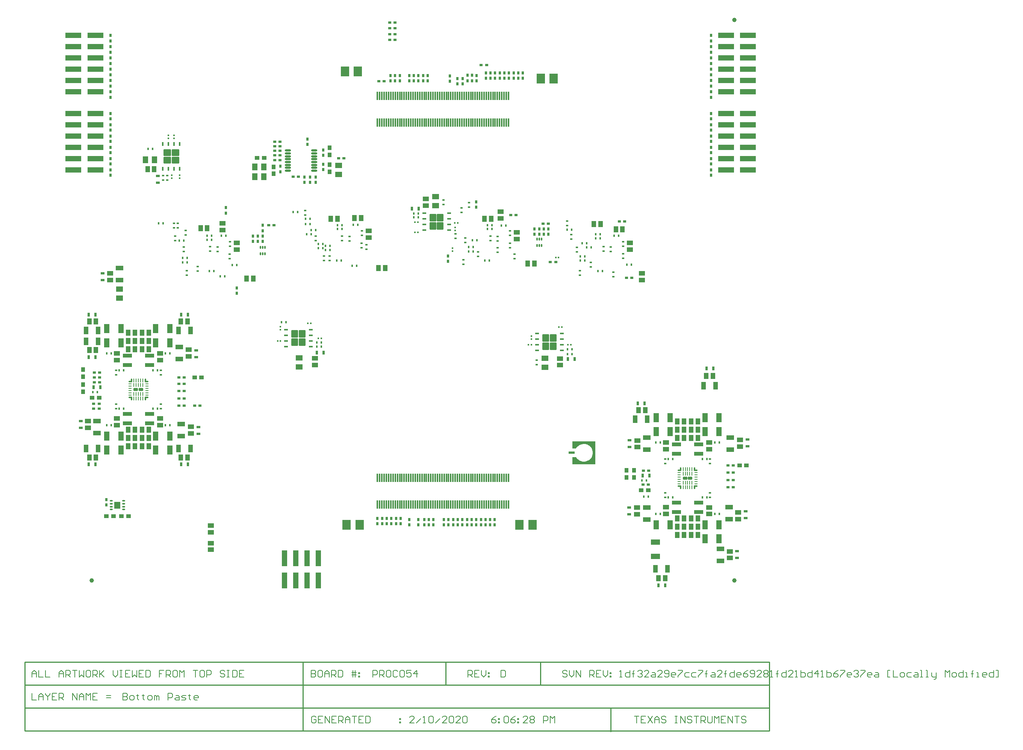
<source format=gbp>
G04*
G04 #@! TF.GenerationSoftware,Altium Limited,Altium Designer,19.1.6 (110)*
G04*
G04 Layer_Color=128*
%FSAX25Y25*%
%MOIN*%
G70*
G01*
G75*
%ADD16C,0.01000*%
%ADD18C,0.00800*%
%ADD27O,0.05512X0.01772*%
%ADD29C,0.03937*%
G04:AMPARAMS|DCode=32|XSize=87.8mil|YSize=70.87mil|CornerRadius=2.13mil|HoleSize=0mil|Usage=FLASHONLY|Rotation=90.000|XOffset=0mil|YOffset=0mil|HoleType=Round|Shape=RoundedRectangle|*
%AMROUNDEDRECTD32*
21,1,0.08780,0.06661,0,0,90.0*
21,1,0.08354,0.07087,0,0,90.0*
1,1,0.00425,0.03331,0.04177*
1,1,0.00425,0.03331,-0.04177*
1,1,0.00425,-0.03331,-0.04177*
1,1,0.00425,-0.03331,0.04177*
%
%ADD32ROUNDEDRECTD32*%
%ADD33R,0.06300X0.05000*%
%ADD35R,0.02362X0.03150*%
%ADD37R,0.01654X0.01811*%
%ADD38R,0.01500X0.02400*%
%ADD39R,0.03150X0.02362*%
%ADD40R,0.02400X0.01500*%
%ADD42R,0.01811X0.01654*%
%ADD43R,0.03500X0.02000*%
%ADD44R,0.02000X0.03500*%
%ADD45R,0.04331X0.05512*%
%ADD46R,0.05512X0.04331*%
%ADD47R,0.03740X0.03937*%
G04:AMPARAMS|DCode=83|XSize=31.5mil|YSize=15.75mil|CornerRadius=1.97mil|HoleSize=0mil|Usage=FLASHONLY|Rotation=270.000|XOffset=0mil|YOffset=0mil|HoleType=Round|Shape=RoundedRectangle|*
%AMROUNDEDRECTD83*
21,1,0.03150,0.01181,0,0,270.0*
21,1,0.02756,0.01575,0,0,270.0*
1,1,0.00394,-0.00591,-0.01378*
1,1,0.00394,-0.00591,0.01378*
1,1,0.00394,0.00591,0.01378*
1,1,0.00394,0.00591,-0.01378*
%
%ADD83ROUNDEDRECTD83*%
%ADD84R,0.14488X0.05000*%
%ADD85R,0.05000X0.14488*%
G04:AMPARAMS|DCode=89|XSize=23.62mil|YSize=9.84mil|CornerRadius=1.97mil|HoleSize=0mil|Usage=FLASHONLY|Rotation=0.000|XOffset=0mil|YOffset=0mil|HoleType=Round|Shape=RoundedRectangle|*
%AMROUNDEDRECTD89*
21,1,0.02362,0.00591,0,0,0.0*
21,1,0.01968,0.00984,0,0,0.0*
1,1,0.00394,0.00984,-0.00295*
1,1,0.00394,-0.00984,-0.00295*
1,1,0.00394,-0.00984,0.00295*
1,1,0.00394,0.00984,0.00295*
%
%ADD89ROUNDEDRECTD89*%
%ADD90R,0.04724X0.07874*%
G04:AMPARAMS|DCode=91|XSize=11.81mil|YSize=74.8mil|CornerRadius=1.95mil|HoleSize=0mil|Usage=FLASHONLY|Rotation=0.000|XOffset=0mil|YOffset=0mil|HoleType=Round|Shape=RoundedRectangle|*
%AMROUNDEDRECTD91*
21,1,0.01181,0.07091,0,0,0.0*
21,1,0.00791,0.07480,0,0,0.0*
1,1,0.00390,0.00396,-0.03545*
1,1,0.00390,-0.00396,-0.03545*
1,1,0.00390,-0.00396,0.03545*
1,1,0.00390,0.00396,0.03545*
%
%ADD91ROUNDEDRECTD91*%
G04:AMPARAMS|DCode=92|XSize=11.81mil|YSize=26.38mil|CornerRadius=1.95mil|HoleSize=0mil|Usage=FLASHONLY|Rotation=0.000|XOffset=0mil|YOffset=0mil|HoleType=Round|Shape=RoundedRectangle|*
%AMROUNDEDRECTD92*
21,1,0.01181,0.02248,0,0,0.0*
21,1,0.00791,0.02638,0,0,0.0*
1,1,0.00390,0.00396,-0.01124*
1,1,0.00390,-0.00396,-0.01124*
1,1,0.00390,-0.00396,0.01124*
1,1,0.00390,0.00396,0.01124*
%
%ADD92ROUNDEDRECTD92*%
G04:AMPARAMS|DCode=94|XSize=11.81mil|YSize=23.62mil|CornerRadius=1.95mil|HoleSize=0mil|Usage=FLASHONLY|Rotation=270.000|XOffset=0mil|YOffset=0mil|HoleType=Round|Shape=RoundedRectangle|*
%AMROUNDEDRECTD94*
21,1,0.01181,0.01972,0,0,270.0*
21,1,0.00791,0.02362,0,0,270.0*
1,1,0.00390,-0.00986,-0.00396*
1,1,0.00390,-0.00986,0.00396*
1,1,0.00390,0.00986,0.00396*
1,1,0.00390,0.00986,-0.00396*
%
%ADD94ROUNDEDRECTD94*%
%ADD95R,0.07874X0.03543*%
%ADD96C,0.02000*%
%ADD97R,0.05512X0.02362*%
%ADD98R,0.06890X0.04331*%
%ADD99R,0.03937X0.03740*%
%ADD100R,0.04331X0.06890*%
%ADD101R,0.05000X0.06300*%
G04:AMPARAMS|DCode=103|XSize=31.5mil|YSize=15.75mil|CornerRadius=1.97mil|HoleSize=0mil|Usage=FLASHONLY|Rotation=180.000|XOffset=0mil|YOffset=0mil|HoleType=Round|Shape=RoundedRectangle|*
%AMROUNDEDRECTD103*
21,1,0.03150,0.01181,0,0,180.0*
21,1,0.02756,0.01575,0,0,180.0*
1,1,0.00394,-0.01378,0.00591*
1,1,0.00394,0.01378,0.00591*
1,1,0.00394,0.01378,-0.00591*
1,1,0.00394,-0.01378,-0.00591*
%
%ADD103ROUNDEDRECTD103*%
%ADD104R,0.07874X0.04724*%
G04:AMPARAMS|DCode=111|XSize=57.8mil|YSize=66.85mil|CornerRadius=2.02mil|HoleSize=0mil|Usage=FLASHONLY|Rotation=270.000|XOffset=0mil|YOffset=0mil|HoleType=Round|Shape=RoundedRectangle|*
%AMROUNDEDRECTD111*
21,1,0.05780,0.06281,0,0,270.0*
21,1,0.05375,0.06685,0,0,270.0*
1,1,0.00405,-0.03140,-0.02688*
1,1,0.00405,-0.03140,0.02688*
1,1,0.00405,0.03140,0.02688*
1,1,0.00405,0.03140,-0.02688*
%
%ADD111ROUNDEDRECTD111*%
G04:AMPARAMS|DCode=112|XSize=23.62mil|YSize=11.81mil|CornerRadius=1.95mil|HoleSize=0mil|Usage=FLASHONLY|Rotation=0.000|XOffset=0mil|YOffset=0mil|HoleType=Round|Shape=RoundedRectangle|*
%AMROUNDEDRECTD112*
21,1,0.02362,0.00791,0,0,0.0*
21,1,0.01972,0.01181,0,0,0.0*
1,1,0.00390,0.00986,-0.00396*
1,1,0.00390,-0.00986,-0.00396*
1,1,0.00390,-0.00986,0.00396*
1,1,0.00390,0.00986,0.00396*
%
%ADD112ROUNDEDRECTD112*%
G04:AMPARAMS|DCode=113|XSize=32.48mil|YSize=11.81mil|CornerRadius=1.95mil|HoleSize=0mil|Usage=FLASHONLY|Rotation=90.000|XOffset=0mil|YOffset=0mil|HoleType=Round|Shape=RoundedRectangle|*
%AMROUNDEDRECTD113*
21,1,0.03248,0.00791,0,0,90.0*
21,1,0.02858,0.01181,0,0,90.0*
1,1,0.00390,0.00396,0.01429*
1,1,0.00390,0.00396,-0.01429*
1,1,0.00390,-0.00396,-0.01429*
1,1,0.00390,-0.00396,0.01429*
%
%ADD113ROUNDEDRECTD113*%
G04:AMPARAMS|DCode=114|XSize=38.58mil|YSize=25.98mil|CornerRadius=1.95mil|HoleSize=0mil|Usage=FLASHONLY|Rotation=0.000|XOffset=0mil|YOffset=0mil|HoleType=Round|Shape=RoundedRectangle|*
%AMROUNDEDRECTD114*
21,1,0.03858,0.02209,0,0,0.0*
21,1,0.03469,0.02598,0,0,0.0*
1,1,0.00390,0.01734,-0.01104*
1,1,0.00390,-0.01734,-0.01104*
1,1,0.00390,-0.01734,0.01104*
1,1,0.00390,0.01734,0.01104*
%
%ADD114ROUNDEDRECTD114*%
G04:AMPARAMS|DCode=115|XSize=9.84mil|YSize=31.89mil|CornerRadius=1.97mil|HoleSize=0mil|Usage=FLASHONLY|Rotation=180.000|XOffset=0mil|YOffset=0mil|HoleType=Round|Shape=RoundedRectangle|*
%AMROUNDEDRECTD115*
21,1,0.00984,0.02795,0,0,180.0*
21,1,0.00591,0.03189,0,0,180.0*
1,1,0.00394,-0.00295,0.01398*
1,1,0.00394,0.00295,0.01398*
1,1,0.00394,0.00295,-0.01398*
1,1,0.00394,-0.00295,-0.01398*
%
%ADD115ROUNDEDRECTD115*%
G04:AMPARAMS|DCode=116|XSize=57.8mil|YSize=66.85mil|CornerRadius=2.02mil|HoleSize=0mil|Usage=FLASHONLY|Rotation=180.000|XOffset=0mil|YOffset=0mil|HoleType=Round|Shape=RoundedRectangle|*
%AMROUNDEDRECTD116*
21,1,0.05780,0.06281,0,0,180.0*
21,1,0.05375,0.06685,0,0,180.0*
1,1,0.00405,-0.02688,0.03140*
1,1,0.00405,0.02688,0.03140*
1,1,0.00405,0.02688,-0.03140*
1,1,0.00405,-0.02688,-0.03140*
%
%ADD116ROUNDEDRECTD116*%
%ADD117R,0.05445X0.06240*%
G36*
X0556073Y0286381D02*
X0535600D01*
Y0292680D01*
X0538932D01*
X0538932Y0292715D01*
X0539400Y0291986D01*
X0540559Y0290702D01*
X0541969Y0289701D01*
X0543564Y0289030D01*
X0545265Y0288721D01*
X0546993Y0288789D01*
X0548666Y0289230D01*
X0550202Y0290024D01*
X0551530Y0291133D01*
X0552585Y0292503D01*
X0553317Y0294070D01*
X0553692Y0295759D01*
X0553691Y0297488D01*
X0553315Y0299176D01*
X0552582Y0300743D01*
X0551526Y0302112D01*
X0550197Y0303220D01*
X0548660Y0304013D01*
X0546987Y0304453D01*
X0545259Y0304519D01*
X0543558Y0304209D01*
X0541964Y0303537D01*
X0540555Y0302535D01*
X0539396Y0301251D01*
X0538929Y0300521D01*
X0538886Y0300554D01*
X0535600D01*
Y0306853D01*
X0556073D01*
Y0286381D01*
D02*
G37*
G54D16*
X0569450Y0049400D02*
Y0069683D01*
X0450550Y0050050D02*
X0710250D01*
Y0111050D01*
X0296550Y0050050D02*
Y0111050D01*
X0050050Y0050050D02*
Y0111050D01*
X0050100Y0050050D02*
X0207650D01*
X0050100D02*
Y0111050D01*
Y0111050D02*
X0710250D01*
X0050050Y0050050D02*
X0450550D01*
X0050050Y0070383D02*
X0710050D01*
X0050050Y0090717D02*
X0710250D01*
X0423250D02*
Y0111050D01*
X0507250Y0090717D02*
Y0111050D01*
G54D18*
X0136950Y0083549D02*
Y0077551D01*
X0139949D01*
X0140949Y0078550D01*
Y0079550D01*
X0139949Y0080550D01*
X0136950D01*
X0139949D01*
X0140949Y0081549D01*
Y0082549D01*
X0139949Y0083549D01*
X0136950D01*
X0143948Y0077551D02*
X0145947D01*
X0146947Y0078550D01*
Y0080550D01*
X0145947Y0081549D01*
X0143948D01*
X0142948Y0080550D01*
Y0078550D01*
X0143948Y0077551D01*
X0149946Y0082549D02*
Y0081549D01*
X0148946D01*
X0150945D01*
X0149946D01*
Y0078550D01*
X0150945Y0077551D01*
X0154944Y0082549D02*
Y0081549D01*
X0153945D01*
X0155944D01*
X0154944D01*
Y0078550D01*
X0155944Y0077551D01*
X0159943D02*
X0161942D01*
X0162942Y0078550D01*
Y0080550D01*
X0161942Y0081549D01*
X0159943D01*
X0158943Y0080550D01*
Y0078550D01*
X0159943Y0077551D01*
X0164941D02*
Y0081549D01*
X0165941D01*
X0166940Y0080550D01*
Y0077551D01*
Y0080550D01*
X0167940Y0081549D01*
X0168940Y0080550D01*
Y0077551D01*
X0176937D02*
Y0083549D01*
X0179936D01*
X0180936Y0082549D01*
Y0080550D01*
X0179936Y0079550D01*
X0176937D01*
X0183935Y0081549D02*
X0185934D01*
X0186934Y0080550D01*
Y0077551D01*
X0183935D01*
X0182935Y0078550D01*
X0183935Y0079550D01*
X0186934D01*
X0188933Y0077551D02*
X0191932D01*
X0192932Y0078550D01*
X0191932Y0079550D01*
X0189933D01*
X0188933Y0080550D01*
X0189933Y0081549D01*
X0192932D01*
X0195931Y0082549D02*
Y0081549D01*
X0194931D01*
X0196931D01*
X0195931D01*
Y0078550D01*
X0196931Y0077551D01*
X0202929D02*
X0200929D01*
X0199930Y0078550D01*
Y0080550D01*
X0200929Y0081549D01*
X0202929D01*
X0203928Y0080550D01*
Y0079550D01*
X0199930D01*
X0590550Y0062964D02*
X0594549D01*
X0592549D01*
Y0056966D01*
X0600547Y0062964D02*
X0596548D01*
Y0056966D01*
X0600547D01*
X0596548Y0059965D02*
X0598547D01*
X0602546Y0062964D02*
X0606545Y0056966D01*
Y0062964D02*
X0602546Y0056966D01*
X0608544D02*
Y0060965D01*
X0610543Y0062964D01*
X0612543Y0060965D01*
Y0056966D01*
Y0059965D01*
X0608544D01*
X0618541Y0061965D02*
X0617541Y0062964D01*
X0615542D01*
X0614542Y0061965D01*
Y0060965D01*
X0615542Y0059965D01*
X0617541D01*
X0618541Y0058966D01*
Y0057966D01*
X0617541Y0056966D01*
X0615542D01*
X0614542Y0057966D01*
X0626538Y0062964D02*
X0628538D01*
X0627538D01*
Y0056966D01*
X0626538D01*
X0628538D01*
X0631537D02*
Y0062964D01*
X0635535Y0056966D01*
Y0062964D01*
X0641534Y0061965D02*
X0640534Y0062964D01*
X0638534D01*
X0637535Y0061965D01*
Y0060965D01*
X0638534Y0059965D01*
X0640534D01*
X0641534Y0058966D01*
Y0057966D01*
X0640534Y0056966D01*
X0638534D01*
X0637535Y0057966D01*
X0643533Y0062964D02*
X0647532D01*
X0645532D01*
Y0056966D01*
X0649531D02*
Y0062964D01*
X0652530D01*
X0653530Y0061965D01*
Y0059965D01*
X0652530Y0058966D01*
X0649531D01*
X0651530D02*
X0653530Y0056966D01*
X0655529Y0062964D02*
Y0057966D01*
X0656529Y0056966D01*
X0658528D01*
X0659528Y0057966D01*
Y0062964D01*
X0661527Y0056966D02*
Y0062964D01*
X0663526Y0060965D01*
X0665526Y0062964D01*
Y0056966D01*
X0671524Y0062964D02*
X0667525D01*
Y0056966D01*
X0671524D01*
X0667525Y0059965D02*
X0669524D01*
X0673523Y0056966D02*
Y0062964D01*
X0677522Y0056966D01*
Y0062964D01*
X0679521D02*
X0683520D01*
X0681521D01*
Y0056966D01*
X0689518Y0061965D02*
X0688518Y0062964D01*
X0686519D01*
X0685519Y0061965D01*
Y0060965D01*
X0686519Y0059965D01*
X0688518D01*
X0689518Y0058966D01*
Y0057966D01*
X0688518Y0056966D01*
X0686519D01*
X0685519Y0057966D01*
X0468099Y0062964D02*
X0466099Y0061965D01*
X0464100Y0059965D01*
Y0057966D01*
X0465100Y0056966D01*
X0467099D01*
X0468099Y0057966D01*
Y0058966D01*
X0467099Y0059965D01*
X0464100D01*
X0470098Y0060965D02*
X0471098D01*
Y0059965D01*
X0470098D01*
Y0060965D01*
Y0057966D02*
X0471098D01*
Y0056966D01*
X0470098D01*
Y0057966D01*
X0475096Y0061965D02*
X0476096Y0062964D01*
X0478095D01*
X0479095Y0061965D01*
Y0057966D01*
X0478095Y0056966D01*
X0476096D01*
X0475096Y0057966D01*
Y0061965D01*
X0485093Y0062964D02*
X0483094Y0061965D01*
X0481095Y0059965D01*
Y0057966D01*
X0482094Y0056966D01*
X0484094D01*
X0485093Y0057966D01*
Y0058966D01*
X0484094Y0059965D01*
X0481095D01*
X0487093Y0060965D02*
X0488092D01*
Y0059965D01*
X0487093D01*
Y0060965D01*
Y0057966D02*
X0488092D01*
Y0056966D01*
X0487093D01*
Y0057966D01*
X0496090Y0056966D02*
X0492091D01*
X0496090Y0060965D01*
Y0061965D01*
X0495090Y0062964D01*
X0493091D01*
X0492091Y0061965D01*
X0498089D02*
X0499089Y0062964D01*
X0501088D01*
X0502088Y0061965D01*
Y0060965D01*
X0501088Y0059965D01*
X0502088Y0058966D01*
Y0057966D01*
X0501088Y0056966D01*
X0499089D01*
X0498089Y0057966D01*
Y0058966D01*
X0499089Y0059965D01*
X0498089Y0060965D01*
Y0061965D01*
X0499089Y0059965D02*
X0501088D01*
X0510085Y0056966D02*
Y0062964D01*
X0513084D01*
X0514084Y0061965D01*
Y0059965D01*
X0513084Y0058966D01*
X0510085D01*
X0516083Y0056966D02*
Y0062964D01*
X0518083Y0060965D01*
X0520082Y0062964D01*
Y0056966D01*
X0056400Y0083549D02*
Y0077551D01*
X0060399D01*
X0062398D02*
Y0081549D01*
X0064397Y0083549D01*
X0066397Y0081549D01*
Y0077551D01*
Y0080550D01*
X0062398D01*
X0068396Y0083549D02*
Y0082549D01*
X0070395Y0080550D01*
X0072395Y0082549D01*
Y0083549D01*
X0070395Y0080550D02*
Y0077551D01*
X0078393Y0083549D02*
X0074394D01*
Y0077551D01*
X0078393D01*
X0074394Y0080550D02*
X0076394D01*
X0080392Y0077551D02*
Y0083549D01*
X0083391D01*
X0084391Y0082549D01*
Y0080550D01*
X0083391Y0079550D01*
X0080392D01*
X0082392D02*
X0084391Y0077551D01*
X0092388D02*
Y0083549D01*
X0096387Y0077551D01*
Y0083549D01*
X0098386Y0077551D02*
Y0081549D01*
X0100386Y0083549D01*
X0102385Y0081549D01*
Y0077551D01*
Y0080550D01*
X0098386D01*
X0104385Y0077551D02*
Y0083549D01*
X0106384Y0081549D01*
X0108383Y0083549D01*
Y0077551D01*
X0114381Y0083549D02*
X0110382D01*
Y0077551D01*
X0114381D01*
X0110382Y0080550D02*
X0112382D01*
X0122379Y0079550D02*
X0126377D01*
X0122379Y0081549D02*
X0126377D01*
X0304050Y0103831D02*
Y0097833D01*
X0307049D01*
X0308049Y0098833D01*
Y0099833D01*
X0307049Y0100832D01*
X0304050D01*
X0307049D01*
X0308049Y0101832D01*
Y0102832D01*
X0307049Y0103831D01*
X0304050D01*
X0313047D02*
X0311048D01*
X0310048Y0102832D01*
Y0098833D01*
X0311048Y0097833D01*
X0313047D01*
X0314047Y0098833D01*
Y0102832D01*
X0313047Y0103831D01*
X0316046Y0097833D02*
Y0101832D01*
X0318045Y0103831D01*
X0320045Y0101832D01*
Y0097833D01*
Y0100832D01*
X0316046D01*
X0322044Y0097833D02*
Y0103831D01*
X0325043D01*
X0326043Y0102832D01*
Y0100832D01*
X0325043Y0099833D01*
X0322044D01*
X0324043D02*
X0326043Y0097833D01*
X0328042Y0103831D02*
Y0097833D01*
X0331041D01*
X0332041Y0098833D01*
Y0102832D01*
X0331041Y0103831D01*
X0328042D01*
X0341038Y0097833D02*
Y0103831D01*
X0343037D02*
Y0097833D01*
X0340038Y0101832D02*
X0343037D01*
X0344037D01*
X0340038Y0099833D02*
X0344037D01*
X0346036Y0101832D02*
X0347036D01*
Y0100832D01*
X0346036D01*
Y0101832D01*
Y0098833D02*
X0347036D01*
Y0097833D01*
X0346036D01*
Y0098833D01*
X0358600Y0097833D02*
Y0103831D01*
X0361599D01*
X0362599Y0102832D01*
Y0100832D01*
X0361599Y0099833D01*
X0358600D01*
X0364598Y0097833D02*
Y0103831D01*
X0367597D01*
X0368597Y0102832D01*
Y0100832D01*
X0367597Y0099833D01*
X0364598D01*
X0366597D02*
X0368597Y0097833D01*
X0373595Y0103831D02*
X0371596D01*
X0370596Y0102832D01*
Y0098833D01*
X0371596Y0097833D01*
X0373595D01*
X0374595Y0098833D01*
Y0102832D01*
X0373595Y0103831D01*
X0380593Y0102832D02*
X0379593Y0103831D01*
X0377594D01*
X0376594Y0102832D01*
Y0098833D01*
X0377594Y0097833D01*
X0379593D01*
X0380593Y0098833D01*
X0382592Y0102832D02*
X0383592Y0103831D01*
X0385591D01*
X0386591Y0102832D01*
Y0098833D01*
X0385591Y0097833D01*
X0383592D01*
X0382592Y0098833D01*
Y0102832D01*
X0392589Y0103831D02*
X0388590D01*
Y0100832D01*
X0390590Y0101832D01*
X0391589D01*
X0392589Y0100832D01*
Y0098833D01*
X0391589Y0097833D01*
X0389590D01*
X0388590Y0098833D01*
X0397587Y0097833D02*
Y0103831D01*
X0394588Y0100832D01*
X0398587D01*
X0472200Y0103831D02*
Y0097833D01*
X0475199D01*
X0476199Y0098833D01*
Y0102832D01*
X0475199Y0103831D01*
X0472200D01*
X0056400Y0097833D02*
Y0101832D01*
X0058399Y0103831D01*
X0060399Y0101832D01*
Y0097833D01*
Y0100832D01*
X0056400D01*
X0062398Y0103831D02*
Y0097833D01*
X0066397D01*
X0068396Y0103831D02*
Y0097833D01*
X0072395D01*
X0080392D02*
Y0101832D01*
X0082392Y0103831D01*
X0084391Y0101832D01*
Y0097833D01*
Y0100832D01*
X0080392D01*
X0086390Y0097833D02*
Y0103831D01*
X0089389D01*
X0090389Y0102832D01*
Y0100832D01*
X0089389Y0099833D01*
X0086390D01*
X0088390D02*
X0090389Y0097833D01*
X0092388Y0103831D02*
X0096387D01*
X0094388D01*
Y0097833D01*
X0098386Y0103831D02*
Y0097833D01*
X0100386Y0099833D01*
X0102385Y0097833D01*
Y0103831D01*
X0107384D02*
X0105384D01*
X0104385Y0102832D01*
Y0098833D01*
X0105384Y0097833D01*
X0107384D01*
X0108383Y0098833D01*
Y0102832D01*
X0107384Y0103831D01*
X0110382Y0097833D02*
Y0103831D01*
X0113382D01*
X0114381Y0102832D01*
Y0100832D01*
X0113382Y0099833D01*
X0110382D01*
X0112382D02*
X0114381Y0097833D01*
X0116381Y0103831D02*
Y0097833D01*
Y0099833D01*
X0120379Y0103831D01*
X0117380Y0100832D01*
X0120379Y0097833D01*
X0128377Y0103831D02*
Y0099833D01*
X0130376Y0097833D01*
X0132375Y0099833D01*
Y0103831D01*
X0134375D02*
X0136374D01*
X0135374D01*
Y0097833D01*
X0134375D01*
X0136374D01*
X0143372Y0103831D02*
X0139373D01*
Y0097833D01*
X0143372D01*
X0139373Y0100832D02*
X0141373D01*
X0145371Y0103831D02*
Y0097833D01*
X0147371Y0099833D01*
X0149370Y0097833D01*
Y0103831D01*
X0155368D02*
X0151369D01*
Y0097833D01*
X0155368D01*
X0151369Y0100832D02*
X0153369D01*
X0157367Y0103831D02*
Y0097833D01*
X0160366D01*
X0161366Y0098833D01*
Y0102832D01*
X0160366Y0103831D01*
X0157367D01*
X0173362D02*
X0169363D01*
Y0100832D01*
X0171363D01*
X0169363D01*
Y0097833D01*
X0175362D02*
Y0103831D01*
X0178360D01*
X0179360Y0102832D01*
Y0100832D01*
X0178360Y0099833D01*
X0175362D01*
X0177361D02*
X0179360Y0097833D01*
X0184359Y0103831D02*
X0182359D01*
X0181360Y0102832D01*
Y0098833D01*
X0182359Y0097833D01*
X0184359D01*
X0185358Y0098833D01*
Y0102832D01*
X0184359Y0103831D01*
X0187358Y0097833D02*
Y0103831D01*
X0189357Y0101832D01*
X0191356Y0103831D01*
Y0097833D01*
X0199354Y0103831D02*
X0203352D01*
X0201353D01*
Y0097833D01*
X0208351Y0103831D02*
X0206351D01*
X0205352Y0102832D01*
Y0098833D01*
X0206351Y0097833D01*
X0208351D01*
X0209350Y0098833D01*
Y0102832D01*
X0208351Y0103831D01*
X0211350Y0097833D02*
Y0103831D01*
X0214349D01*
X0215349Y0102832D01*
Y0100832D01*
X0214349Y0099833D01*
X0211350D01*
X0227345Y0102832D02*
X0226345Y0103831D01*
X0224346D01*
X0223346Y0102832D01*
Y0101832D01*
X0224346Y0100832D01*
X0226345D01*
X0227345Y0099833D01*
Y0098833D01*
X0226345Y0097833D01*
X0224346D01*
X0223346Y0098833D01*
X0229344Y0103831D02*
X0231343D01*
X0230344D01*
Y0097833D01*
X0229344D01*
X0231343D01*
X0234342Y0103831D02*
Y0097833D01*
X0237341D01*
X0238341Y0098833D01*
Y0102832D01*
X0237341Y0103831D01*
X0234342D01*
X0244339D02*
X0240340D01*
Y0097833D01*
X0244339D01*
X0240340Y0100832D02*
X0242340D01*
X0308249Y0061965D02*
X0307249Y0062964D01*
X0305250D01*
X0304250Y0061965D01*
Y0057966D01*
X0305250Y0056966D01*
X0307249D01*
X0308249Y0057966D01*
Y0059965D01*
X0306249D01*
X0314247Y0062964D02*
X0310248D01*
Y0056966D01*
X0314247D01*
X0310248Y0059965D02*
X0312247D01*
X0316246Y0056966D02*
Y0062964D01*
X0320245Y0056966D01*
Y0062964D01*
X0326243D02*
X0322244D01*
Y0056966D01*
X0326243D01*
X0322244Y0059965D02*
X0324243D01*
X0328242Y0056966D02*
Y0062964D01*
X0331241D01*
X0332241Y0061965D01*
Y0059965D01*
X0331241Y0058966D01*
X0328242D01*
X0330242D02*
X0332241Y0056966D01*
X0334240D02*
Y0060965D01*
X0336240Y0062964D01*
X0338239Y0060965D01*
Y0056966D01*
Y0059965D01*
X0334240D01*
X0340238Y0062964D02*
X0344237D01*
X0342238D01*
Y0056966D01*
X0350235Y0062964D02*
X0346236D01*
Y0056966D01*
X0350235D01*
X0346236Y0059965D02*
X0348236D01*
X0352235Y0062964D02*
Y0056966D01*
X0355234D01*
X0356233Y0057966D01*
Y0061965D01*
X0355234Y0062964D01*
X0352235D01*
X0382225Y0060965D02*
X0383225D01*
Y0059965D01*
X0382225D01*
Y0060965D01*
Y0057966D02*
X0383225D01*
Y0056966D01*
X0382225D01*
Y0057966D01*
X0395199Y0056966D02*
X0391200D01*
X0395199Y0060965D01*
Y0061965D01*
X0394199Y0062964D01*
X0392200D01*
X0391200Y0061965D01*
X0397198Y0056966D02*
X0401197Y0060965D01*
X0403196Y0056966D02*
X0405196D01*
X0404196D01*
Y0062964D01*
X0403196Y0061965D01*
X0408194D02*
X0409194Y0062964D01*
X0411194D01*
X0412193Y0061965D01*
Y0057966D01*
X0411194Y0056966D01*
X0409194D01*
X0408194Y0057966D01*
Y0061965D01*
X0414193Y0056966D02*
X0418191Y0060965D01*
X0424189Y0056966D02*
X0420191D01*
X0424189Y0060965D01*
Y0061965D01*
X0423190Y0062964D01*
X0421190D01*
X0420191Y0061965D01*
X0426189D02*
X0427188Y0062964D01*
X0429188D01*
X0430187Y0061965D01*
Y0057966D01*
X0429188Y0056966D01*
X0427188D01*
X0426189Y0057966D01*
Y0061965D01*
X0436186Y0056966D02*
X0432187D01*
X0436186Y0060965D01*
Y0061965D01*
X0435186Y0062964D01*
X0433186D01*
X0432187Y0061965D01*
X0438185D02*
X0439185Y0062964D01*
X0441184D01*
X0442183Y0061965D01*
Y0057966D01*
X0441184Y0056966D01*
X0439185D01*
X0438185Y0057966D01*
Y0061965D01*
X0443050Y0097833D02*
Y0103831D01*
X0446049D01*
X0447049Y0102832D01*
Y0100832D01*
X0446049Y0099833D01*
X0443050D01*
X0445049D02*
X0447049Y0097833D01*
X0453047Y0103831D02*
X0449048D01*
Y0097833D01*
X0453047D01*
X0449048Y0100832D02*
X0451047D01*
X0455046Y0103831D02*
Y0099833D01*
X0457046Y0097833D01*
X0459045Y0099833D01*
Y0103831D01*
X0461044Y0101832D02*
X0462044D01*
Y0100832D01*
X0461044D01*
Y0101832D01*
Y0098833D02*
X0462044D01*
Y0097833D01*
X0461044D01*
Y0098833D01*
X0530849Y0102832D02*
X0529849Y0103831D01*
X0527850D01*
X0526850Y0102832D01*
Y0101832D01*
X0527850Y0100832D01*
X0529849D01*
X0530849Y0099833D01*
Y0098833D01*
X0529849Y0097833D01*
X0527850D01*
X0526850Y0098833D01*
X0532848Y0103831D02*
Y0099833D01*
X0534847Y0097833D01*
X0536847Y0099833D01*
Y0103831D01*
X0538846Y0097833D02*
Y0103831D01*
X0542845Y0097833D01*
Y0103831D01*
X0550842Y0097833D02*
Y0103831D01*
X0553841D01*
X0554841Y0102832D01*
Y0100832D01*
X0553841Y0099833D01*
X0550842D01*
X0552842D02*
X0554841Y0097833D01*
X0560839Y0103831D02*
X0556840D01*
Y0097833D01*
X0560839D01*
X0556840Y0100832D02*
X0558840D01*
X0562838Y0103831D02*
Y0099833D01*
X0564838Y0097833D01*
X0566837Y0099833D01*
Y0103831D01*
X0568836Y0101832D02*
X0569836D01*
Y0100832D01*
X0568836D01*
Y0101832D01*
Y0098833D02*
X0569836D01*
Y0097833D01*
X0568836D01*
Y0098833D01*
X0577450Y0097833D02*
X0579449D01*
X0578450D01*
Y0103831D01*
X0577450Y0102832D01*
X0586447Y0103831D02*
Y0097833D01*
X0583448D01*
X0582448Y0098833D01*
Y0100832D01*
X0583448Y0101832D01*
X0586447D01*
X0589446Y0097833D02*
Y0102832D01*
Y0100832D01*
X0588446D01*
X0590446D01*
X0589446D01*
Y0102832D01*
X0590446Y0103831D01*
X0593445Y0102832D02*
X0594445Y0103831D01*
X0596444D01*
X0597443Y0102832D01*
Y0101832D01*
X0596444Y0100832D01*
X0595444D01*
X0596444D01*
X0597443Y0099833D01*
Y0098833D01*
X0596444Y0097833D01*
X0594445D01*
X0593445Y0098833D01*
X0603442Y0097833D02*
X0599443D01*
X0603442Y0101832D01*
Y0102832D01*
X0602442Y0103831D01*
X0600443D01*
X0599443Y0102832D01*
X0606441Y0101832D02*
X0608440D01*
X0609440Y0100832D01*
Y0097833D01*
X0606441D01*
X0605441Y0098833D01*
X0606441Y0099833D01*
X0609440D01*
X0615438Y0097833D02*
X0611439D01*
X0615438Y0101832D01*
Y0102832D01*
X0614438Y0103831D01*
X0612439D01*
X0611439Y0102832D01*
X0617437Y0098833D02*
X0618437Y0097833D01*
X0620436D01*
X0621436Y0098833D01*
Y0102832D01*
X0620436Y0103831D01*
X0618437D01*
X0617437Y0102832D01*
Y0101832D01*
X0618437Y0100832D01*
X0621436D01*
X0626434Y0097833D02*
X0624435D01*
X0623435Y0098833D01*
Y0100832D01*
X0624435Y0101832D01*
X0626434D01*
X0627434Y0100832D01*
Y0099833D01*
X0623435D01*
X0629433Y0103831D02*
X0633432D01*
Y0102832D01*
X0629433Y0098833D01*
Y0097833D01*
X0639430Y0101832D02*
X0636431D01*
X0635431Y0100832D01*
Y0098833D01*
X0636431Y0097833D01*
X0639430D01*
X0645428Y0101832D02*
X0642429D01*
X0641429Y0100832D01*
Y0098833D01*
X0642429Y0097833D01*
X0645428D01*
X0647427Y0103831D02*
X0651426D01*
Y0102832D01*
X0647427Y0098833D01*
Y0097833D01*
X0654425D02*
Y0102832D01*
Y0100832D01*
X0653425D01*
X0655425D01*
X0654425D01*
Y0102832D01*
X0655425Y0103831D01*
X0659423Y0101832D02*
X0661423D01*
X0662423Y0100832D01*
Y0097833D01*
X0659423D01*
X0658424Y0098833D01*
X0659423Y0099833D01*
X0662423D01*
X0668421Y0097833D02*
X0664422D01*
X0668421Y0101832D01*
Y0102832D01*
X0667421Y0103831D01*
X0665421D01*
X0664422Y0102832D01*
X0671420Y0097833D02*
Y0102832D01*
Y0100832D01*
X0670420D01*
X0672419D01*
X0671420D01*
Y0102832D01*
X0672419Y0103831D01*
X0679417D02*
Y0097833D01*
X0676418D01*
X0675418Y0098833D01*
Y0100832D01*
X0676418Y0101832D01*
X0679417D01*
X0684415Y0097833D02*
X0682416D01*
X0681416Y0098833D01*
Y0100832D01*
X0682416Y0101832D01*
X0684415D01*
X0685415Y0100832D01*
Y0099833D01*
X0681416D01*
X0691413Y0103831D02*
X0689414Y0102832D01*
X0687414Y0100832D01*
Y0098833D01*
X0688414Y0097833D01*
X0690414D01*
X0691413Y0098833D01*
Y0099833D01*
X0690414Y0100832D01*
X0687414D01*
X0693412Y0098833D02*
X0694412Y0097833D01*
X0696412D01*
X0697411Y0098833D01*
Y0102832D01*
X0696412Y0103831D01*
X0694412D01*
X0693412Y0102832D01*
Y0101832D01*
X0694412Y0100832D01*
X0697411D01*
X0703409Y0097833D02*
X0699410D01*
X0703409Y0101832D01*
Y0102832D01*
X0702410Y0103831D01*
X0700410D01*
X0699410Y0102832D01*
X0705409D02*
X0706408Y0103831D01*
X0708408D01*
X0709407Y0102832D01*
Y0101832D01*
X0708408Y0100832D01*
X0709407Y0099833D01*
Y0098833D01*
X0708408Y0097833D01*
X0706408D01*
X0705409Y0098833D01*
Y0099833D01*
X0706408Y0100832D01*
X0705409Y0101832D01*
Y0102832D01*
X0706408Y0100832D02*
X0708408D01*
X0711407Y0097833D02*
X0713406D01*
X0712406D01*
Y0103831D01*
X0711407Y0102832D01*
X0717405Y0097833D02*
Y0102832D01*
Y0100832D01*
X0716405D01*
X0718404D01*
X0717405D01*
Y0102832D01*
X0718404Y0103831D01*
X0725402D02*
Y0097833D01*
X0722403D01*
X0721403Y0098833D01*
Y0100832D01*
X0722403Y0101832D01*
X0725402D01*
X0731400Y0097833D02*
X0727401D01*
X0731400Y0101832D01*
Y0102832D01*
X0730401Y0103831D01*
X0728401D01*
X0727401Y0102832D01*
X0733399Y0097833D02*
X0735399D01*
X0734399D01*
Y0103831D01*
X0733399Y0102832D01*
X0738398Y0103831D02*
Y0097833D01*
X0741397D01*
X0742397Y0098833D01*
Y0099833D01*
Y0100832D01*
X0741397Y0101832D01*
X0738398D01*
X0748395Y0103831D02*
Y0097833D01*
X0745396D01*
X0744396Y0098833D01*
Y0100832D01*
X0745396Y0101832D01*
X0748395D01*
X0753393Y0097833D02*
Y0103831D01*
X0750394Y0100832D01*
X0754393D01*
X0756392Y0097833D02*
X0758391D01*
X0757392D01*
Y0103831D01*
X0756392Y0102832D01*
X0761390Y0103831D02*
Y0097833D01*
X0764390D01*
X0765389Y0098833D01*
Y0099833D01*
Y0100832D01*
X0764390Y0101832D01*
X0761390D01*
X0771387Y0103831D02*
X0769388Y0102832D01*
X0767388Y0100832D01*
Y0098833D01*
X0768388Y0097833D01*
X0770388D01*
X0771387Y0098833D01*
Y0099833D01*
X0770388Y0100832D01*
X0767388D01*
X0773387Y0103831D02*
X0777385D01*
Y0102832D01*
X0773387Y0098833D01*
Y0097833D01*
X0782384D02*
X0780384D01*
X0779385Y0098833D01*
Y0100832D01*
X0780384Y0101832D01*
X0782384D01*
X0783383Y0100832D01*
Y0099833D01*
X0779385D01*
X0785383Y0102832D02*
X0786382Y0103831D01*
X0788382D01*
X0789381Y0102832D01*
Y0101832D01*
X0788382Y0100832D01*
X0787382D01*
X0788382D01*
X0789381Y0099833D01*
Y0098833D01*
X0788382Y0097833D01*
X0786382D01*
X0785383Y0098833D01*
X0791381Y0103831D02*
X0795379D01*
Y0102832D01*
X0791381Y0098833D01*
Y0097833D01*
X0800378D02*
X0798379D01*
X0797379Y0098833D01*
Y0100832D01*
X0798379Y0101832D01*
X0800378D01*
X0801377Y0100832D01*
Y0099833D01*
X0797379D01*
X0804377Y0101832D02*
X0806376D01*
X0807376Y0100832D01*
Y0097833D01*
X0804377D01*
X0803377Y0098833D01*
X0804377Y0099833D01*
X0807376D01*
X0817372Y0097833D02*
X0815373D01*
Y0103831D01*
X0817372D01*
X0820371D02*
Y0097833D01*
X0824370D01*
X0827369D02*
X0829368D01*
X0830368Y0098833D01*
Y0100832D01*
X0829368Y0101832D01*
X0827369D01*
X0826369Y0100832D01*
Y0098833D01*
X0827369Y0097833D01*
X0836366Y0101832D02*
X0833367D01*
X0832368Y0100832D01*
Y0098833D01*
X0833367Y0097833D01*
X0836366D01*
X0839365Y0101832D02*
X0841365D01*
X0842364Y0100832D01*
Y0097833D01*
X0839365D01*
X0838366Y0098833D01*
X0839365Y0099833D01*
X0842364D01*
X0844364Y0097833D02*
X0846363D01*
X0845363D01*
Y0103831D01*
X0844364D01*
X0849362Y0097833D02*
X0851361D01*
X0850362D01*
Y0103831D01*
X0849362D01*
X0854360Y0101832D02*
Y0098833D01*
X0855360Y0097833D01*
X0858359D01*
Y0096834D01*
X0857359Y0095834D01*
X0856360D01*
X0858359Y0097833D02*
Y0101832D01*
X0866356Y0097833D02*
Y0103831D01*
X0868356Y0101832D01*
X0870355Y0103831D01*
Y0097833D01*
X0873354D02*
X0875354D01*
X0876353Y0098833D01*
Y0100832D01*
X0875354Y0101832D01*
X0873354D01*
X0872355Y0100832D01*
Y0098833D01*
X0873354Y0097833D01*
X0882351Y0103831D02*
Y0097833D01*
X0879352D01*
X0878353Y0098833D01*
Y0100832D01*
X0879352Y0101832D01*
X0882351D01*
X0884351Y0097833D02*
X0886350D01*
X0885350D01*
Y0101832D01*
X0884351D01*
X0890349Y0097833D02*
Y0102832D01*
Y0100832D01*
X0889349D01*
X0891348D01*
X0890349D01*
Y0102832D01*
X0891348Y0103831D01*
X0894347Y0097833D02*
X0896347D01*
X0895347D01*
Y0101832D01*
X0894347D01*
X0902345Y0097833D02*
X0900346D01*
X0899346Y0098833D01*
Y0100832D01*
X0900346Y0101832D01*
X0902345D01*
X0903345Y0100832D01*
Y0099833D01*
X0899346D01*
X0909343Y0103831D02*
Y0097833D01*
X0906344D01*
X0905344Y0098833D01*
Y0100832D01*
X0906344Y0101832D01*
X0909343D01*
X0911342Y0097833D02*
X0913341D01*
Y0103831D01*
X0911342D01*
G54D27*
X0283240Y0546682D02*
D03*
Y0549241D02*
D03*
Y0551800D02*
D03*
Y0554359D02*
D03*
Y0556918D02*
D03*
Y0559478D02*
D03*
Y0562037D02*
D03*
Y0564596D02*
D03*
X0306468Y0546682D02*
D03*
Y0549241D02*
D03*
Y0551800D02*
D03*
Y0554359D02*
D03*
Y0556918D02*
D03*
Y0559478D02*
D03*
Y0562037D02*
D03*
Y0564596D02*
D03*
G54D29*
X0679150Y0680400D02*
D03*
Y0183400D02*
D03*
X0109250D02*
D03*
G54D32*
X0488756Y0232682D02*
D03*
X0500252D02*
D03*
X0346929D02*
D03*
X0335432D02*
D03*
X0345307Y0634718D02*
D03*
X0333811D02*
D03*
X0507572Y0628520D02*
D03*
X0519068D02*
D03*
G54D33*
X0293251Y0380595D02*
D03*
Y0372595D02*
D03*
X0414151Y0515629D02*
D03*
Y0523629D02*
D03*
X0511376Y0380232D02*
D03*
Y0372232D02*
D03*
X0133847Y0433747D02*
D03*
Y0441747D02*
D03*
X0328296Y0543470D02*
D03*
Y0551470D02*
D03*
G54D35*
X0450241Y0514234D02*
D03*
Y0518958D02*
D03*
X0382650Y0626397D02*
D03*
Y0631121D02*
D03*
X0383271Y0233590D02*
D03*
Y0238314D02*
D03*
X0379171Y0233590D02*
D03*
Y0238314D02*
D03*
X0426950Y0626100D02*
D03*
Y0630824D02*
D03*
X0407250Y0626397D02*
D03*
Y0631121D02*
D03*
X0458550Y0237542D02*
D03*
Y0232818D02*
D03*
X0438050Y0237542D02*
D03*
Y0232818D02*
D03*
X0458850Y0633525D02*
D03*
Y0628800D02*
D03*
X0462950Y0633525D02*
D03*
Y0628800D02*
D03*
X0429850Y0232818D02*
D03*
Y0237542D02*
D03*
X0433950Y0232818D02*
D03*
Y0237542D02*
D03*
X0399050Y0237542D02*
D03*
Y0232818D02*
D03*
X0412350Y0237542D02*
D03*
Y0232818D02*
D03*
X0467050Y0628800D02*
D03*
Y0633525D02*
D03*
X0375071Y0238314D02*
D03*
Y0233590D02*
D03*
X0403150Y0626397D02*
D03*
Y0631121D02*
D03*
X0438350Y0623742D02*
D03*
Y0628467D02*
D03*
X0442150Y0237542D02*
D03*
Y0232818D02*
D03*
X0471150Y0633525D02*
D03*
Y0628800D02*
D03*
X0425750Y0232818D02*
D03*
Y0237542D02*
D03*
X0475250Y0628800D02*
D03*
Y0633525D02*
D03*
X0421650Y0237542D02*
D03*
Y0232818D02*
D03*
X0228376Y0513945D02*
D03*
Y0509220D02*
D03*
X0237803Y0438060D02*
D03*
Y0442784D02*
D03*
X0491650Y0633525D02*
D03*
Y0628800D02*
D03*
X0446250Y0232818D02*
D03*
Y0237542D02*
D03*
X0362771Y0233590D02*
D03*
Y0238314D02*
D03*
X0399050Y0631121D02*
D03*
Y0626397D02*
D03*
X0483450Y0633525D02*
D03*
Y0628800D02*
D03*
X0487550Y0633525D02*
D03*
Y0628800D02*
D03*
X0394950Y0631121D02*
D03*
Y0626397D02*
D03*
X0390850Y0631121D02*
D03*
Y0626397D02*
D03*
X0366871Y0233590D02*
D03*
Y0238314D02*
D03*
X0370971Y0233590D02*
D03*
Y0238314D02*
D03*
X0454450Y0232818D02*
D03*
Y0237542D02*
D03*
X0450350Y0232818D02*
D03*
Y0237542D02*
D03*
X0425234Y0471133D02*
D03*
Y0466409D02*
D03*
X0276527Y0550612D02*
D03*
Y0545888D02*
D03*
X0314448Y0547723D02*
D03*
Y0552447D02*
D03*
Y0560442D02*
D03*
Y0565167D02*
D03*
X0506196Y0490358D02*
D03*
Y0495083D02*
D03*
X0510296Y0490358D02*
D03*
Y0495083D02*
D03*
X0302966Y0541070D02*
D03*
Y0536346D02*
D03*
X0307898Y0541070D02*
D03*
Y0536346D02*
D03*
X0300518Y0569941D02*
D03*
Y0574665D02*
D03*
X0298035Y0541070D02*
D03*
Y0536346D02*
D03*
X0442450Y0631234D02*
D03*
Y0626510D02*
D03*
X0446550Y0631234D02*
D03*
Y0626510D02*
D03*
X0408250Y0232818D02*
D03*
Y0237542D02*
D03*
X0404150Y0232818D02*
D03*
Y0237542D02*
D03*
X0390950Y0237542D02*
D03*
Y0232818D02*
D03*
X0466750Y0232818D02*
D03*
Y0237542D02*
D03*
X0462650Y0232818D02*
D03*
Y0237542D02*
D03*
X0433750Y0628467D02*
D03*
Y0623742D02*
D03*
X0374250Y0631121D02*
D03*
Y0626397D02*
D03*
X0378350Y0631121D02*
D03*
Y0626397D02*
D03*
X0450650Y0631225D02*
D03*
Y0626500D02*
D03*
X0479350Y0633525D02*
D03*
Y0628800D02*
D03*
X0502097Y0495083D02*
D03*
Y0490358D02*
D03*
X0514396Y0495083D02*
D03*
Y0490358D02*
D03*
X0122121Y0250287D02*
D03*
Y0255011D02*
D03*
X0260981Y0483921D02*
D03*
Y0488645D02*
D03*
X0256680Y0483922D02*
D03*
Y0488646D02*
D03*
X0260981Y0498245D02*
D03*
Y0493521D02*
D03*
X0252380Y0488647D02*
D03*
Y0483923D02*
D03*
X0125935Y0661870D02*
D03*
Y0666595D02*
D03*
Y0651870D02*
D03*
Y0656595D02*
D03*
Y0641870D02*
D03*
Y0646595D02*
D03*
Y0631871D02*
D03*
Y0636595D02*
D03*
Y0621871D02*
D03*
Y0626595D02*
D03*
Y0611870D02*
D03*
Y0616595D02*
D03*
X0658465Y0592789D02*
D03*
Y0597513D02*
D03*
Y0582789D02*
D03*
Y0587513D02*
D03*
Y0572789D02*
D03*
Y0577513D02*
D03*
Y0562789D02*
D03*
Y0567513D02*
D03*
Y0552789D02*
D03*
Y0557513D02*
D03*
Y0542789D02*
D03*
Y0547513D02*
D03*
Y0661870D02*
D03*
Y0666595D02*
D03*
Y0651870D02*
D03*
Y0656595D02*
D03*
Y0641870D02*
D03*
Y0646595D02*
D03*
Y0631871D02*
D03*
Y0636595D02*
D03*
Y0621871D02*
D03*
Y0626595D02*
D03*
Y0611870D02*
D03*
Y0616595D02*
D03*
X0125935Y0542789D02*
D03*
Y0547513D02*
D03*
Y0552789D02*
D03*
Y0557513D02*
D03*
Y0562789D02*
D03*
Y0567513D02*
D03*
Y0572789D02*
D03*
Y0577513D02*
D03*
Y0582789D02*
D03*
Y0587513D02*
D03*
Y0592789D02*
D03*
Y0597513D02*
D03*
G54D37*
X0177439Y0578021D02*
D03*
Y0575423D02*
D03*
X0180239Y0540098D02*
D03*
Y0542696D02*
D03*
X0182439Y0578021D02*
D03*
Y0575423D02*
D03*
X0187439Y0540098D02*
D03*
Y0542696D02*
D03*
X0276776Y0408443D02*
D03*
Y0405844D02*
D03*
X0499232Y0399916D02*
D03*
Y0397317D02*
D03*
X0431651Y0493888D02*
D03*
Y0496487D02*
D03*
X0429279Y0477900D02*
D03*
Y0475302D02*
D03*
G54D38*
X0320720Y0479916D02*
D03*
X0316720D02*
D03*
X0193805Y0469378D02*
D03*
X0189805D02*
D03*
X0312941Y0394318D02*
D03*
X0308941D02*
D03*
X0535214Y0388267D02*
D03*
X0531214D02*
D03*
X0394885Y0505427D02*
D03*
X0398885D02*
D03*
X0277776Y0412418D02*
D03*
X0281776D02*
D03*
X0159172Y0566076D02*
D03*
X0163172D02*
D03*
X0394885Y0508840D02*
D03*
X0398885D02*
D03*
X0535214Y0384026D02*
D03*
X0531214D02*
D03*
X0312941Y0390845D02*
D03*
X0308941D02*
D03*
X0122637Y0384564D02*
D03*
X0126637D02*
D03*
X0178771D02*
D03*
X0174771D02*
D03*
X0122637Y0321028D02*
D03*
X0126637D02*
D03*
X0310209Y0478116D02*
D03*
X0314209D02*
D03*
X0546740Y0470853D02*
D03*
X0542740D02*
D03*
X0310209Y0481715D02*
D03*
X0314209D02*
D03*
X0552410Y0478595D02*
D03*
X0548410D02*
D03*
X0542740Y0467100D02*
D03*
X0546740D02*
D03*
X0451072Y0484916D02*
D03*
X0447072D02*
D03*
X0178771Y0321028D02*
D03*
X0174771D02*
D03*
X0447496Y0479120D02*
D03*
X0443496D02*
D03*
Y0475020D02*
D03*
X0447496D02*
D03*
X0307940Y0494100D02*
D03*
X0303940D02*
D03*
X0302781Y0499400D02*
D03*
X0298781D02*
D03*
X0316720Y0476315D02*
D03*
X0320720D02*
D03*
X0190940Y0484700D02*
D03*
X0186940D02*
D03*
X0189805Y0465278D02*
D03*
X0193805D02*
D03*
X0167730Y0335698D02*
D03*
X0163730D02*
D03*
X0133678D02*
D03*
X0137678D02*
D03*
X0167730Y0369894D02*
D03*
X0163730D02*
D03*
X0133678D02*
D03*
X0137678D02*
D03*
X0597376Y0272189D02*
D03*
X0601376D02*
D03*
X0345122Y0498601D02*
D03*
X0341122D02*
D03*
X0576673Y0489003D02*
D03*
X0572673D02*
D03*
X0228122Y0489201D02*
D03*
X0224122D02*
D03*
X0476622Y0498101D02*
D03*
X0472622D02*
D03*
X0587959Y0463300D02*
D03*
X0583959D02*
D03*
X0238073Y0463200D02*
D03*
X0234073D02*
D03*
X0326480Y0467100D02*
D03*
X0330480D02*
D03*
X0558280Y0457700D02*
D03*
X0562280D02*
D03*
X0457980Y0467100D02*
D03*
X0461980D02*
D03*
X0217480Y0457700D02*
D03*
X0213480D02*
D03*
X0327259Y0494918D02*
D03*
X0331259D02*
D03*
X0556250Y0486853D02*
D03*
X0560250D02*
D03*
X0460259Y0498380D02*
D03*
X0464259D02*
D03*
X0211759Y0485518D02*
D03*
X0215759D02*
D03*
X0327259Y0498380D02*
D03*
X0331259D02*
D03*
X0556250Y0490315D02*
D03*
X0560250D02*
D03*
X0460259Y0494918D02*
D03*
X0464259D02*
D03*
X0211759Y0488980D02*
D03*
X0215759D02*
D03*
X0344201Y0462453D02*
D03*
X0340201D02*
D03*
X0227201Y0453053D02*
D03*
X0223201D02*
D03*
X0299940Y0490410D02*
D03*
X0303940D02*
D03*
X0544410Y0482485D02*
D03*
X0548410D02*
D03*
X0302781Y0504006D02*
D03*
X0298781D02*
D03*
X0535048Y0494422D02*
D03*
X0531048D02*
D03*
X0291815Y0510010D02*
D03*
X0287815D02*
D03*
X0172524Y0500110D02*
D03*
X0168524D02*
D03*
X0110303Y0350474D02*
D03*
X0114303D02*
D03*
X0598933Y0257698D02*
D03*
X0602933D02*
D03*
X0620750Y0256913D02*
D03*
X0624750D02*
D03*
X0654802D02*
D03*
X0650802D02*
D03*
X0620750Y0291109D02*
D03*
X0624750D02*
D03*
X0654802D02*
D03*
X0650802D02*
D03*
X0665843Y0242242D02*
D03*
X0661843D02*
D03*
X0609710D02*
D03*
X0613709D02*
D03*
X0665843Y0305779D02*
D03*
X0661843D02*
D03*
X0609710D02*
D03*
X0613709D02*
D03*
G54D39*
X0485740Y0507375D02*
D03*
X0481015D02*
D03*
X0581900Y0501850D02*
D03*
X0577176D02*
D03*
X0583566Y0451744D02*
D03*
X0588291D02*
D03*
X0678250Y0279040D02*
D03*
X0673526D02*
D03*
X0602892Y0268457D02*
D03*
X0598168D02*
D03*
X0186453Y0338320D02*
D03*
X0191178D02*
D03*
X0191178Y0344822D02*
D03*
X0186453D02*
D03*
X0191178Y0357825D02*
D03*
X0186453D02*
D03*
X0603303Y0280893D02*
D03*
X0598579D02*
D03*
X0205183Y0338320D02*
D03*
X0200459D02*
D03*
X0673526Y0272538D02*
D03*
X0678250D02*
D03*
X0186453Y0351323D02*
D03*
X0191178D02*
D03*
X0678250Y0266036D02*
D03*
X0673526D02*
D03*
X0514396Y0499571D02*
D03*
X0509672D02*
D03*
X0373688Y0667854D02*
D03*
X0378412D02*
D03*
Y0662736D02*
D03*
X0373688D02*
D03*
Y0672972D02*
D03*
X0378412D02*
D03*
X0373688Y0678090D02*
D03*
X0378412D02*
D03*
X0328280Y0557805D02*
D03*
X0333004D02*
D03*
X0287920Y0541464D02*
D03*
X0292644D02*
D03*
X0271464Y0564329D02*
D03*
X0276189D02*
D03*
X0276189Y0556129D02*
D03*
X0271464D02*
D03*
X0271464Y0572529D02*
D03*
X0276189D02*
D03*
X0271464Y0568429D02*
D03*
X0276189D02*
D03*
X0271464Y0560229D02*
D03*
X0276189D02*
D03*
X0364038Y0626009D02*
D03*
X0368762D02*
D03*
X0454750Y0640508D02*
D03*
X0459474D02*
D03*
X0520800Y0465633D02*
D03*
X0516075D02*
D03*
X0186453Y0363327D02*
D03*
X0191178D02*
D03*
X0673526Y0285542D02*
D03*
X0678250D02*
D03*
X0266282Y0498244D02*
D03*
X0271007D02*
D03*
X0111506Y0367840D02*
D03*
X0116231D02*
D03*
X0115820Y0340222D02*
D03*
X0111096D02*
D03*
X0116231Y0359179D02*
D03*
X0111506D02*
D03*
X0116231Y0363509D02*
D03*
X0111506D02*
D03*
X0115820Y0335892D02*
D03*
X0111096D02*
D03*
G54D40*
X0617989Y0256913D02*
D03*
Y0260913D02*
D03*
X0192740Y0489794D02*
D03*
Y0493794D02*
D03*
X0437174Y0509871D02*
D03*
Y0513871D02*
D03*
X0130916Y0335698D02*
D03*
Y0339698D02*
D03*
X0170491Y0335698D02*
D03*
Y0339698D02*
D03*
X0176288Y0538440D02*
D03*
Y0542440D02*
D03*
X0421123Y0520624D02*
D03*
Y0516624D02*
D03*
X0504014Y0374751D02*
D03*
Y0378751D02*
D03*
X0172550Y0538440D02*
D03*
Y0542440D02*
D03*
X0534555Y0490000D02*
D03*
Y0486000D02*
D03*
X0443950Y0514534D02*
D03*
Y0518534D02*
D03*
X0170491Y0369894D02*
D03*
Y0365894D02*
D03*
X0130916Y0369894D02*
D03*
Y0365894D02*
D03*
X0462839Y0484669D02*
D03*
Y0488669D02*
D03*
X0331339Y0484669D02*
D03*
Y0488669D02*
D03*
X0563139Y0475269D02*
D03*
Y0479269D02*
D03*
X0214339Y0475269D02*
D03*
Y0479269D02*
D03*
X0352948Y0481049D02*
D03*
Y0477049D02*
D03*
X0484159Y0468700D02*
D03*
Y0472700D02*
D03*
X0337788Y0484507D02*
D03*
Y0488507D02*
D03*
X0569588Y0475107D02*
D03*
Y0479107D02*
D03*
X0469288Y0484507D02*
D03*
Y0488507D02*
D03*
X0220788Y0475107D02*
D03*
Y0479107D02*
D03*
X0348848Y0489269D02*
D03*
Y0493269D02*
D03*
X0580648Y0479869D02*
D03*
Y0483869D02*
D03*
X0480348Y0489411D02*
D03*
Y0493411D02*
D03*
X0231848Y0479869D02*
D03*
Y0483869D02*
D03*
X0551980Y0461390D02*
D03*
Y0465390D02*
D03*
X0469256Y0478327D02*
D03*
Y0474327D02*
D03*
X0203414Y0457735D02*
D03*
Y0461735D02*
D03*
X0320414Y0467135D02*
D03*
Y0471135D02*
D03*
X0572001Y0452884D02*
D03*
Y0456884D02*
D03*
X0451925Y0470790D02*
D03*
Y0474790D02*
D03*
X0315250Y0466928D02*
D03*
Y0470928D02*
D03*
X0542350Y0454058D02*
D03*
Y0458058D02*
D03*
X0439045Y0463600D02*
D03*
Y0467600D02*
D03*
X0193550Y0454058D02*
D03*
Y0458058D02*
D03*
X0307940Y0484600D02*
D03*
Y0488600D02*
D03*
X0298734Y0507323D02*
D03*
Y0511323D02*
D03*
X0530969Y0498141D02*
D03*
Y0502141D02*
D03*
X0539740Y0474605D02*
D03*
Y0478605D02*
D03*
X0440646Y0483154D02*
D03*
Y0487154D02*
D03*
X0182256Y0496090D02*
D03*
Y0500090D02*
D03*
X0190940Y0475200D02*
D03*
Y0479200D02*
D03*
X0231650Y0472671D02*
D03*
Y0468671D02*
D03*
X0480209Y0482551D02*
D03*
Y0478551D02*
D03*
X0580509Y0473009D02*
D03*
Y0469009D02*
D03*
X0348709Y0482551D02*
D03*
Y0478551D02*
D03*
X0431951Y0486700D02*
D03*
Y0490700D02*
D03*
X0183250Y0488700D02*
D03*
Y0484700D02*
D03*
X0185738Y0496090D02*
D03*
Y0500090D02*
D03*
X0617989Y0291109D02*
D03*
Y0287109D02*
D03*
X0657564Y0291109D02*
D03*
Y0287109D02*
D03*
Y0256913D02*
D03*
Y0260913D02*
D03*
G54D42*
X0274177Y0395845D02*
D03*
X0276776D02*
D03*
X0312941Y0398045D02*
D03*
X0310342D02*
D03*
X0301105Y0411427D02*
D03*
X0303704D02*
D03*
X0395934Y0501100D02*
D03*
X0398532D02*
D03*
X0395934Y0492100D02*
D03*
X0398532D02*
D03*
X0496634Y0392317D02*
D03*
X0499232D02*
D03*
X0534158D02*
D03*
X0531560D02*
D03*
X0523771Y0407899D02*
D03*
X0526369D02*
D03*
X0433858Y0500482D02*
D03*
X0431260D02*
D03*
X0523398Y0469778D02*
D03*
X0520800D02*
D03*
G54D43*
X0586410Y0307576D02*
D03*
Y0301576D02*
D03*
X0118940Y0449805D02*
D03*
Y0455805D02*
D03*
X0203999Y0313497D02*
D03*
Y0319497D02*
D03*
X0167976Y0542190D02*
D03*
Y0536190D02*
D03*
X0201873Y0387531D02*
D03*
Y0381531D02*
D03*
X0099541Y0318654D02*
D03*
Y0324654D02*
D03*
X0690803Y0308279D02*
D03*
Y0302279D02*
D03*
X0689413Y0238566D02*
D03*
Y0244566D02*
D03*
X0681622Y0209242D02*
D03*
Y0203242D02*
D03*
X0585991Y0242013D02*
D03*
Y0248013D02*
D03*
G54D44*
X0112654Y0419094D02*
D03*
X0106654D02*
D03*
X0112654Y0381548D02*
D03*
X0106654D02*
D03*
X0188753Y0286498D02*
D03*
X0194754D02*
D03*
X0112654D02*
D03*
X0106654D02*
D03*
X0399135Y0512987D02*
D03*
X0393135D02*
D03*
X0531464Y0379628D02*
D03*
X0537464D02*
D03*
X0308941Y0385269D02*
D03*
X0314941D02*
D03*
X0597951Y0276535D02*
D03*
X0603951D02*
D03*
X0188753Y0419095D02*
D03*
X0194754D02*
D03*
X0110878Y0354821D02*
D03*
X0116878D02*
D03*
X0660486Y0371285D02*
D03*
X0654486D02*
D03*
X0611985Y0179017D02*
D03*
X0617985D02*
D03*
X0599727Y0340309D02*
D03*
X0593727D02*
D03*
G54D45*
X0147536Y0309780D02*
D03*
X0141630D02*
D03*
X0107201Y0413078D02*
D03*
X0113107D02*
D03*
X0107201Y0387565D02*
D03*
X0113107D02*
D03*
X0158866Y0548083D02*
D03*
X0164771D02*
D03*
X0147536Y0395813D02*
D03*
X0141630D02*
D03*
X0147536Y0302480D02*
D03*
X0141630D02*
D03*
X0153872Y0309780D02*
D03*
X0159777D02*
D03*
X0107201Y0292514D02*
D03*
X0113107D02*
D03*
X0153872Y0302480D02*
D03*
X0159777D02*
D03*
X0194206Y0413079D02*
D03*
X0188301D02*
D03*
X0194206Y0292514D02*
D03*
X0188301D02*
D03*
X0153872Y0403112D02*
D03*
X0159777D02*
D03*
X0153872Y0395813D02*
D03*
X0159777D02*
D03*
X0153872Y0317079D02*
D03*
X0159777D02*
D03*
X0147536D02*
D03*
X0141630D02*
D03*
X0153872Y0388514D02*
D03*
X0159777D02*
D03*
X0147536D02*
D03*
X0141630D02*
D03*
X0147536Y0403112D02*
D03*
X0141630D02*
D03*
X0348245Y0504580D02*
D03*
X0342340D02*
D03*
X0580046Y0494880D02*
D03*
X0574140D02*
D03*
X0369678Y0460288D02*
D03*
X0363772D02*
D03*
X0501805Y0464326D02*
D03*
X0495900D02*
D03*
X0252613Y0451099D02*
D03*
X0246708D02*
D03*
X0321235Y0504059D02*
D03*
X0327141D02*
D03*
X0554549Y0499477D02*
D03*
X0560455D02*
D03*
X0457769Y0504104D02*
D03*
X0463674D02*
D03*
X0205854Y0495704D02*
D03*
X0211759D02*
D03*
X0594274Y0334293D02*
D03*
X0600179D02*
D03*
X0640944Y0324326D02*
D03*
X0646850D02*
D03*
X0640944Y0317027D02*
D03*
X0646850D02*
D03*
X0634608Y0309728D02*
D03*
X0628703D02*
D03*
X0640944D02*
D03*
X0646850D02*
D03*
X0634608Y0238293D02*
D03*
X0628703D02*
D03*
X0640944D02*
D03*
X0646850D02*
D03*
X0640944Y0230994D02*
D03*
X0646850D02*
D03*
X0640944Y0223695D02*
D03*
X0646850D02*
D03*
X0634608Y0324326D02*
D03*
X0628703D02*
D03*
X0617938Y0185414D02*
D03*
X0612032D02*
D03*
X0634608Y0230994D02*
D03*
X0628703D02*
D03*
X0634608Y0223695D02*
D03*
X0628703D02*
D03*
X0634608Y0317027D02*
D03*
X0628703D02*
D03*
X0654440Y0364643D02*
D03*
X0660346D02*
D03*
G54D46*
X0214966Y0216466D02*
D03*
Y0210561D02*
D03*
X0125561Y0455730D02*
D03*
Y0449825D02*
D03*
X0307185Y0374354D02*
D03*
Y0380260D02*
D03*
X0405743Y0521700D02*
D03*
Y0515795D02*
D03*
X0524617Y0374316D02*
D03*
Y0380222D02*
D03*
X0197257Y0319619D02*
D03*
Y0313713D02*
D03*
X0169948Y0326934D02*
D03*
Y0321028D02*
D03*
X0131593Y0327067D02*
D03*
Y0321162D02*
D03*
X0169948Y0378659D02*
D03*
Y0384564D02*
D03*
X0131459Y0378659D02*
D03*
Y0384564D02*
D03*
X0195415Y0382126D02*
D03*
Y0388032D02*
D03*
X0471992Y0510344D02*
D03*
Y0504439D02*
D03*
X0225340Y0500085D02*
D03*
Y0494180D02*
D03*
X0597369Y0449764D02*
D03*
Y0455669D02*
D03*
X0354834Y0487363D02*
D03*
Y0493269D02*
D03*
X0586648Y0476797D02*
D03*
Y0482702D02*
D03*
X0486348Y0486197D02*
D03*
Y0492102D02*
D03*
X0237848Y0476797D02*
D03*
Y0482702D02*
D03*
X0105925Y0324652D02*
D03*
Y0318747D02*
D03*
X0618532Y0299873D02*
D03*
Y0305779D02*
D03*
X0657021Y0299873D02*
D03*
Y0305779D02*
D03*
X0618666Y0248282D02*
D03*
Y0242376D02*
D03*
X0657021Y0248148D02*
D03*
Y0242242D02*
D03*
X0684220Y0302109D02*
D03*
Y0308014D02*
D03*
X0675269Y0203233D02*
D03*
Y0209138D02*
D03*
X0592987Y0247966D02*
D03*
Y0242061D02*
D03*
X0682775Y0243630D02*
D03*
Y0237724D02*
D03*
X0593289Y0301652D02*
D03*
Y0307558D02*
D03*
X0214966Y0232065D02*
D03*
Y0226159D02*
D03*
G54D47*
X0101578Y0364009D02*
D03*
Y0370309D02*
D03*
X0590228Y0280919D02*
D03*
Y0274619D02*
D03*
X0583640Y0274619D02*
D03*
Y0280919D02*
D03*
X0270659Y0550201D02*
D03*
Y0543902D02*
D03*
X0320372Y0545737D02*
D03*
Y0552036D02*
D03*
Y0560853D02*
D03*
Y0567153D02*
D03*
X0101578Y0350805D02*
D03*
Y0357104D02*
D03*
G54D83*
X0172439Y0548286D02*
D03*
X0177439D02*
D03*
X0182439D02*
D03*
X0187439D02*
D03*
Y0570333D02*
D03*
X0182439D02*
D03*
X0177439D02*
D03*
X0172439D02*
D03*
G54D84*
X0112570Y0597513D02*
D03*
Y0587513D02*
D03*
Y0577513D02*
D03*
Y0567513D02*
D03*
Y0557513D02*
D03*
Y0547513D02*
D03*
X0093082Y0597513D02*
D03*
Y0587513D02*
D03*
Y0577513D02*
D03*
Y0567513D02*
D03*
Y0557513D02*
D03*
Y0547513D02*
D03*
X0112570Y0666595D02*
D03*
Y0656595D02*
D03*
Y0646595D02*
D03*
Y0636595D02*
D03*
Y0626595D02*
D03*
Y0616595D02*
D03*
X0093082Y0666595D02*
D03*
Y0656595D02*
D03*
Y0646595D02*
D03*
Y0636595D02*
D03*
Y0626595D02*
D03*
Y0616595D02*
D03*
X0671830Y0547513D02*
D03*
Y0557513D02*
D03*
Y0567513D02*
D03*
Y0577513D02*
D03*
Y0587513D02*
D03*
Y0597513D02*
D03*
X0691318Y0547513D02*
D03*
Y0557513D02*
D03*
Y0567513D02*
D03*
Y0577513D02*
D03*
Y0587513D02*
D03*
Y0597513D02*
D03*
X0671830Y0616595D02*
D03*
Y0626595D02*
D03*
Y0636595D02*
D03*
Y0646595D02*
D03*
Y0656595D02*
D03*
Y0666595D02*
D03*
X0691318Y0616595D02*
D03*
Y0626595D02*
D03*
Y0636595D02*
D03*
Y0646595D02*
D03*
Y0656595D02*
D03*
Y0666595D02*
D03*
G54D85*
X0310195Y0183462D02*
D03*
X0300195D02*
D03*
X0290195D02*
D03*
X0280195D02*
D03*
X0310195Y0202950D02*
D03*
X0300195D02*
D03*
X0290195D02*
D03*
X0280195D02*
D03*
G54D89*
X0630296Y0278932D02*
D03*
Y0276963D02*
D03*
Y0274995D02*
D03*
Y0273026D02*
D03*
Y0271058D02*
D03*
Y0269089D02*
D03*
X0645257Y0269089D02*
D03*
Y0271058D02*
D03*
Y0273026D02*
D03*
Y0274995D02*
D03*
Y0276963D02*
D03*
Y0278932D02*
D03*
X0143224Y0357717D02*
D03*
Y0355749D02*
D03*
Y0353780D02*
D03*
Y0351812D02*
D03*
Y0349843D02*
D03*
Y0347875D02*
D03*
X0158184Y0347875D02*
D03*
Y0349843D02*
D03*
Y0351812D02*
D03*
Y0353780D02*
D03*
Y0355749D02*
D03*
Y0357717D02*
D03*
G54D90*
X0622383Y0232725D02*
D03*
X0609784D02*
D03*
X0135310Y0299032D02*
D03*
X0122712D02*
D03*
X0135310Y0394082D02*
D03*
X0122712D02*
D03*
X0135310Y0311510D02*
D03*
X0122712D02*
D03*
X0166097D02*
D03*
X0178696D02*
D03*
X0166097Y0299032D02*
D03*
X0178696D02*
D03*
X0135310Y0406561D02*
D03*
X0122712D02*
D03*
X0166097D02*
D03*
X0178696D02*
D03*
X0166097Y0394082D02*
D03*
X0178696D02*
D03*
X0653170Y0327775D02*
D03*
X0665768D02*
D03*
X0653170Y0315296D02*
D03*
X0665768D02*
D03*
X0622383D02*
D03*
X0609784D02*
D03*
X0653170Y0232725D02*
D03*
X0665768D02*
D03*
X0653170Y0220246D02*
D03*
X0665768D02*
D03*
X0622383Y0327775D02*
D03*
X0609784D02*
D03*
G54D91*
X0478913Y0250802D02*
D03*
X0476944D02*
D03*
X0474976D02*
D03*
X0473007D02*
D03*
X0471039D02*
D03*
X0469070D02*
D03*
X0467102D02*
D03*
X0465133D02*
D03*
X0463165D02*
D03*
X0461196D02*
D03*
X0459228D02*
D03*
X0457259D02*
D03*
X0455291D02*
D03*
X0453322D02*
D03*
X0451354D02*
D03*
X0449385D02*
D03*
X0447417D02*
D03*
X0445448D02*
D03*
X0443480D02*
D03*
X0441511D02*
D03*
X0439543D02*
D03*
X0437574D02*
D03*
X0435606D02*
D03*
X0433637D02*
D03*
X0431669D02*
D03*
X0429700D02*
D03*
X0427732D02*
D03*
X0425763D02*
D03*
X0423795D02*
D03*
X0421826D02*
D03*
X0419858D02*
D03*
X0417889D02*
D03*
X0415921D02*
D03*
X0413952D02*
D03*
X0411984D02*
D03*
X0410015D02*
D03*
X0408047D02*
D03*
X0406078D02*
D03*
X0404110D02*
D03*
X0402141D02*
D03*
X0400173D02*
D03*
X0398204D02*
D03*
X0396236D02*
D03*
X0394267D02*
D03*
X0392299D02*
D03*
X0390330D02*
D03*
X0388362D02*
D03*
X0386393D02*
D03*
X0384424D02*
D03*
X0382456D02*
D03*
X0380487D02*
D03*
X0378519D02*
D03*
X0376551D02*
D03*
X0374582D02*
D03*
X0372614D02*
D03*
X0370645D02*
D03*
X0368676D02*
D03*
X0366708D02*
D03*
X0364739D02*
D03*
X0362771D02*
D03*
X0478913Y0274424D02*
D03*
X0476944D02*
D03*
X0474976D02*
D03*
X0473007D02*
D03*
X0471039D02*
D03*
X0469070D02*
D03*
X0467102D02*
D03*
X0465133D02*
D03*
X0463165D02*
D03*
X0461196D02*
D03*
X0459228D02*
D03*
X0457259D02*
D03*
X0455291D02*
D03*
X0453322D02*
D03*
X0451354D02*
D03*
X0449385D02*
D03*
X0447417D02*
D03*
X0445448D02*
D03*
X0443480D02*
D03*
X0441511D02*
D03*
X0439543D02*
D03*
X0437574D02*
D03*
X0435606D02*
D03*
X0433637D02*
D03*
X0431669D02*
D03*
X0429700D02*
D03*
X0427732D02*
D03*
X0425763D02*
D03*
X0423795D02*
D03*
X0421826D02*
D03*
X0419858D02*
D03*
X0417889D02*
D03*
X0415921D02*
D03*
X0413952D02*
D03*
X0411984D02*
D03*
X0410015D02*
D03*
X0408047D02*
D03*
X0406078D02*
D03*
X0404110D02*
D03*
X0402141D02*
D03*
X0400173D02*
D03*
X0398204D02*
D03*
X0396236D02*
D03*
X0394267D02*
D03*
X0392299D02*
D03*
X0390330D02*
D03*
X0388362D02*
D03*
X0386393D02*
D03*
X0384424D02*
D03*
X0382456D02*
D03*
X0380487D02*
D03*
X0378519D02*
D03*
X0376551D02*
D03*
X0374582D02*
D03*
X0372614D02*
D03*
X0370645D02*
D03*
X0368676D02*
D03*
X0366708D02*
D03*
X0364739D02*
D03*
X0362771D02*
D03*
X0478913Y0589384D02*
D03*
X0476944D02*
D03*
X0474976D02*
D03*
X0473007D02*
D03*
X0471039D02*
D03*
X0469070D02*
D03*
X0467102D02*
D03*
X0465133D02*
D03*
X0463165D02*
D03*
X0461196D02*
D03*
X0459228D02*
D03*
X0457259D02*
D03*
X0455291D02*
D03*
X0453322D02*
D03*
X0451354D02*
D03*
X0449385D02*
D03*
X0447417D02*
D03*
X0445448D02*
D03*
X0443480D02*
D03*
X0441511D02*
D03*
X0439543D02*
D03*
X0437574D02*
D03*
X0435606D02*
D03*
X0433637D02*
D03*
X0431669D02*
D03*
X0429700D02*
D03*
X0427732D02*
D03*
X0425763D02*
D03*
X0423795D02*
D03*
X0421826D02*
D03*
X0419858D02*
D03*
X0417889D02*
D03*
X0415921D02*
D03*
X0413952D02*
D03*
X0411984D02*
D03*
X0410015D02*
D03*
X0408047D02*
D03*
X0406078D02*
D03*
X0404110D02*
D03*
X0402141D02*
D03*
X0400173D02*
D03*
X0398204D02*
D03*
X0396236D02*
D03*
X0394267D02*
D03*
X0392299D02*
D03*
X0390330D02*
D03*
X0388362D02*
D03*
X0386393D02*
D03*
X0384424D02*
D03*
X0382456D02*
D03*
X0380487D02*
D03*
X0378519D02*
D03*
X0376551D02*
D03*
X0374582D02*
D03*
X0372614D02*
D03*
X0370645D02*
D03*
X0368676D02*
D03*
X0366708D02*
D03*
X0364739D02*
D03*
X0362771D02*
D03*
X0478913Y0613006D02*
D03*
X0476944D02*
D03*
X0474976D02*
D03*
X0473007D02*
D03*
X0471039D02*
D03*
X0469070D02*
D03*
X0467102D02*
D03*
X0465133D02*
D03*
X0463165D02*
D03*
X0461196D02*
D03*
X0459228D02*
D03*
X0457259D02*
D03*
X0455291D02*
D03*
X0453322D02*
D03*
X0451354D02*
D03*
X0449385D02*
D03*
X0447417D02*
D03*
X0445448D02*
D03*
X0443480D02*
D03*
X0441511D02*
D03*
X0439543D02*
D03*
X0437574D02*
D03*
X0435606D02*
D03*
X0433637D02*
D03*
X0431669D02*
D03*
X0429700D02*
D03*
X0427732D02*
D03*
X0425763D02*
D03*
X0423795D02*
D03*
X0421826D02*
D03*
X0419858D02*
D03*
X0417889D02*
D03*
X0415921D02*
D03*
X0413952D02*
D03*
X0411984D02*
D03*
X0410015D02*
D03*
X0408047D02*
D03*
X0406078D02*
D03*
X0404110D02*
D03*
X0402141D02*
D03*
X0400173D02*
D03*
X0398204D02*
D03*
X0396236D02*
D03*
X0394267D02*
D03*
X0392299D02*
D03*
X0390330D02*
D03*
X0388362D02*
D03*
X0386393D02*
D03*
X0384424D02*
D03*
X0382456D02*
D03*
X0380487D02*
D03*
X0378519D02*
D03*
X0376551D02*
D03*
X0374582D02*
D03*
X0372614D02*
D03*
X0370645D02*
D03*
X0368676D02*
D03*
X0366708D02*
D03*
X0364739D02*
D03*
X0362771D02*
D03*
G54D92*
X0506196Y0486182D02*
D03*
X0508165Y0480355D02*
D03*
X0506196D02*
D03*
X0504228D02*
D03*
Y0486182D02*
D03*
X0508165D02*
D03*
X0260981Y0478783D02*
D03*
X0262949Y0472956D02*
D03*
X0260981D02*
D03*
X0259012D02*
D03*
Y0478783D02*
D03*
X0262949D02*
D03*
G54D94*
X0137574Y0246239D02*
D03*
Y0248798D02*
D03*
Y0251357D02*
D03*
Y0253916D02*
D03*
X0126550D02*
D03*
Y0251357D02*
D03*
Y0248798D02*
D03*
Y0246239D02*
D03*
G54D95*
X0647615Y0252364D02*
D03*
Y0244097D02*
D03*
X0160543Y0331150D02*
D03*
Y0322882D02*
D03*
X0140865Y0331150D02*
D03*
Y0322882D02*
D03*
X0160543Y0374443D02*
D03*
Y0382710D02*
D03*
X0140865Y0374443D02*
D03*
Y0382710D02*
D03*
X0627937Y0295657D02*
D03*
Y0303925D02*
D03*
X0647615Y0295657D02*
D03*
Y0303925D02*
D03*
X0627937Y0252364D02*
D03*
Y0244097D02*
D03*
G54D96*
X0537937Y0289117D02*
D03*
G54D97*
X0534813Y0296617D02*
D03*
G54D98*
X0674598Y0248308D02*
D03*
Y0237678D02*
D03*
X0133805Y0460377D02*
D03*
Y0449748D02*
D03*
X0114105Y0324652D02*
D03*
Y0314022D02*
D03*
X0188645Y0322125D02*
D03*
Y0311495D02*
D03*
X0186987Y0379654D02*
D03*
Y0390284D02*
D03*
X0675765Y0299527D02*
D03*
Y0310157D02*
D03*
X0601464Y0248024D02*
D03*
Y0237394D02*
D03*
X0601489Y0299517D02*
D03*
Y0310148D02*
D03*
X0666795Y0200737D02*
D03*
Y0211367D02*
D03*
G54D99*
X0596593Y0263437D02*
D03*
X0602892D02*
D03*
X0109521Y0345242D02*
D03*
X0115820D02*
D03*
X0135530Y0240509D02*
D03*
X0141830D02*
D03*
X0128714Y0240515D02*
D03*
X0122414D02*
D03*
X0262403Y0558187D02*
D03*
X0256104D02*
D03*
X0200459Y0363327D02*
D03*
X0206758D02*
D03*
X0683804Y0285542D02*
D03*
X0690103D02*
D03*
G54D100*
X0104339Y0405084D02*
D03*
X0114968D02*
D03*
X0197069Y0405085D02*
D03*
X0186439D02*
D03*
X0104339Y0395559D02*
D03*
X0114968D02*
D03*
X0197069Y0300508D02*
D03*
X0186439D02*
D03*
X0104338D02*
D03*
X0114968D02*
D03*
X0619803Y0193694D02*
D03*
X0609173D02*
D03*
X0591411Y0326298D02*
D03*
X0602041D02*
D03*
X0652087Y0355957D02*
D03*
X0662717D02*
D03*
G54D101*
X0164937Y0556423D02*
D03*
X0156937D02*
D03*
X0261852Y0541320D02*
D03*
X0253852D02*
D03*
X0261852Y0550201D02*
D03*
X0253852D02*
D03*
G54D103*
X0404122Y0508900D02*
D03*
Y0503900D02*
D03*
Y0498900D02*
D03*
Y0493900D02*
D03*
X0426170D02*
D03*
Y0498900D02*
D03*
Y0503900D02*
D03*
Y0508900D02*
D03*
X0526369Y0387317D02*
D03*
Y0392317D02*
D03*
Y0397317D02*
D03*
Y0402317D02*
D03*
X0504322D02*
D03*
Y0397317D02*
D03*
Y0392317D02*
D03*
Y0387317D02*
D03*
X0303704Y0390845D02*
D03*
Y0395845D02*
D03*
Y0400845D02*
D03*
Y0405845D02*
D03*
X0281657D02*
D03*
Y0400845D02*
D03*
Y0395845D02*
D03*
Y0390845D02*
D03*
G54D104*
X0609165Y0217296D02*
D03*
Y0204697D02*
D03*
G54D111*
X0176203Y0562593D02*
D03*
Y0556026D02*
D03*
X0183675Y0562593D02*
D03*
Y0556026D02*
D03*
G54D112*
X0630296Y0280999D02*
D03*
Y0267022D02*
D03*
X0645257D02*
D03*
Y0280999D02*
D03*
X0143224Y0359784D02*
D03*
Y0345808D02*
D03*
X0158184D02*
D03*
Y0359784D02*
D03*
G54D113*
X0631575Y0282032D02*
D03*
Y0265989D02*
D03*
X0643977D02*
D03*
Y0282032D02*
D03*
X0144503Y0360818D02*
D03*
Y0344775D02*
D03*
X0156905D02*
D03*
Y0360818D02*
D03*
G54D114*
X0640099Y0274011D02*
D03*
X0635453D02*
D03*
X0153027Y0352796D02*
D03*
X0148381D02*
D03*
G54D115*
X0633839Y0269936D02*
D03*
X0635808D02*
D03*
X0637776D02*
D03*
X0639745D02*
D03*
X0641713D02*
D03*
Y0278085D02*
D03*
X0639745D02*
D03*
X0637776D02*
D03*
X0635808D02*
D03*
X0633839D02*
D03*
X0641713Y0265959D02*
D03*
X0639745D02*
D03*
X0637776D02*
D03*
X0635808D02*
D03*
X0633839D02*
D03*
Y0282062D02*
D03*
X0635808D02*
D03*
X0637776D02*
D03*
X0639745D02*
D03*
X0641713D02*
D03*
X0146767Y0348721D02*
D03*
X0148735D02*
D03*
X0150704D02*
D03*
X0152672D02*
D03*
X0154641D02*
D03*
Y0356871D02*
D03*
X0152672D02*
D03*
X0150704D02*
D03*
X0148735D02*
D03*
X0146767D02*
D03*
X0154641Y0344745D02*
D03*
X0152672D02*
D03*
X0150704D02*
D03*
X0148735D02*
D03*
X0146767D02*
D03*
Y0360847D02*
D03*
X0148735D02*
D03*
X0150704D02*
D03*
X0152672D02*
D03*
X0154641D02*
D03*
G54D116*
X0418429Y0505136D02*
D03*
X0411863D02*
D03*
X0418429Y0497664D02*
D03*
X0411863D02*
D03*
X0512062Y0391081D02*
D03*
X0518629D02*
D03*
X0512062Y0398553D02*
D03*
X0518629D02*
D03*
X0289397Y0394608D02*
D03*
X0295964D02*
D03*
X0289397Y0402081D02*
D03*
X0295964D02*
D03*
G54D117*
X0132062Y0250076D02*
D03*
M02*

</source>
